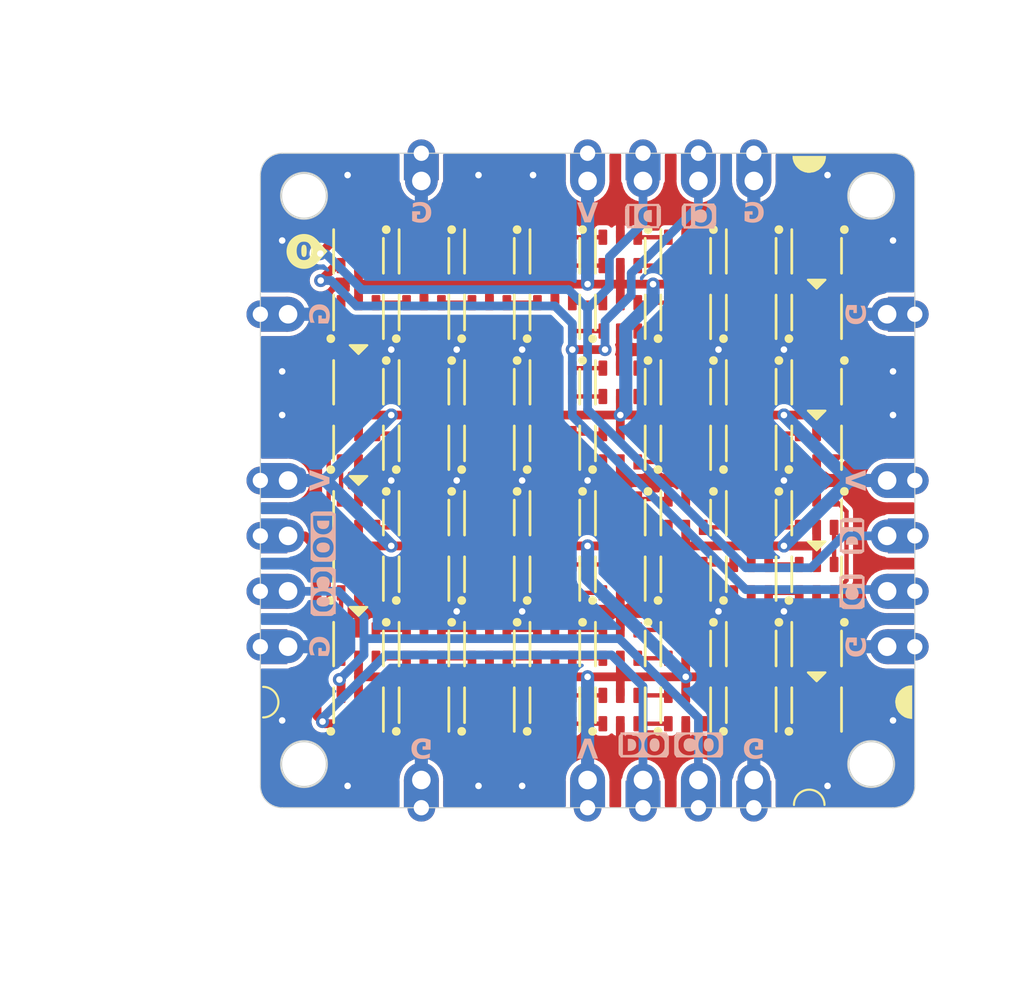
<source format=kicad_pcb>
(kicad_pcb (version 20240108) (generator "pcbnew") (generator_version "8.0")
  (layers (0 "F.Cu" signal) (31 "B.Cu" signal) (34 "B.Paste" user) (35 "F.Paste" user) (36 "B.SilkS" user "B.Silkscreen") (37 "F.SilkS" user "F.Silkscreen") (38 "B.Mask" user) (39 "F.Mask" user) (44 "Edge.Cuts" user))
  (net 0 "")
  (net 1 "/CKI")
  (net 2 "+5V")
  (net 3 "/SDI")
  (net 4 "GND")
  (net 5 "/CKO")
  (net 6 "/SDO")
  (net 7 "Net-(LED1-SDO)")
  (net 8 "Net-(LED1-CKO)")
  (net 9 "Net-(LED2-SDO)")
  (net 10 "Net-(LED2-CKO)")
  (net 11 "Net-(LED3-CKO)")
  (net 12 "Net-(LED3-SDO)")
  (net 13 "Net-(LED4-CKO)")
  (net 14 "Net-(LED4-SDO)")
  (net 15 "Net-(LED5-CKO)")
  (net 16 "Net-(LED5-SDO)")
  (net 17 "Net-(LED6-SDO)")
  (net 18 "Net-(LED6-CKO)")
  (net 19 "Net-(LED7-SDO)")
  (net 20 "Net-(LED7-CKO)")
  (net 21 "Net-(LED8-SDO)")
  (net 22 "Net-(LED8-CKO)")
  (net 23 "Net-(LED10-CKI)")
  (net 24 "Net-(LED10-SDI)")
  (net 25 "Net-(LED10-SDO)")
  (net 26 "Net-(LED10-CKO)")
  (net 27 "Net-(LED11-SDO)")
  (net 28 "Net-(LED30-CKO)")
  (net 29 "Net-(LED30-SDO)")
  (net 30 "Net-(LED11-CKO)")
  (net 31 "Net-(LED12-SDO)")
  (net 32 "Net-(LED12-CKO)")
  (net 33 "Net-(LED13-SDO)")
  (net 34 "Net-(LED13-CKO)")
  (net 35 "Net-(LED14-SDO)")
  (net 36 "Net-(LED14-CKO)")
  (net 37 "Net-(LED15-CKO)")
  (net 38 "Net-(LED15-SDO)")
  (net 39 "Net-(LED16-CKO)")
  (net 40 "Net-(LED16-SDO)")
  (net 41 "Net-(LED17-SDO)")
  (net 42 "Net-(LED17-CKO)")
  (net 43 "Net-(LED18-SDO)")
  (net 44 "Net-(LED18-CKO)")
  (net 45 "Net-(LED19-CKO)")
  (net 46 "Net-(LED19-SDO)")
  (net 47 "/HD_C1")
  (net 48 "/HD_D1")
  (net 49 "Net-(LED21-CKO)")
  (net 50 "Net-(LED21-SDO)")
  (net 51 "Net-(LED22-SDO)")
  (net 52 "Net-(LED22-CKO)")
  (net 53 "Net-(LED23-CKO)")
  (net 54 "Net-(LED23-SDO)")
  (net 55 "Net-(LED24-CKO)")
  (net 56 "Net-(LED24-SDO)")
  (net 57 "Net-(LED25-CKO)")
  (net 58 "Net-(LED25-SDO)")
  (net 59 "Net-(LED26-SDO)")
  (net 60 "Net-(LED26-CKO)")
  (net 61 "Net-(LED27-SDO)")
  (net 62 "Net-(LED27-CKO)")
  (net 63 "Net-(LED28-CKO)")
  (net 64 "Net-(LED28-SDO)")
  (net 65 "Net-(LED29-CKO)")
  (net 66 "Net-(LED29-SDO)")
  (net 67 "Net-(LED50-CKO)")
  (net 68 "Net-(LED50-SDO)")
  (net 69 "Net-(LED31-CKO)")
  (net 70 "Net-(LED31-SDO)")
  (net 71 "Net-(LED32-CKO)")
  (net 72 "Net-(LED32-SDO)")
  (net 73 "Net-(LED33-SDO)")
  (net 74 "Net-(LED33-CKO)")
  (net 75 "Net-(LED34-SDO)")
  (net 76 "Net-(LED34-CKO)")
  (net 77 "Net-(LED35-SDO)")
  (net 78 "Net-(LED35-CKO)")
  (net 79 "Net-(LED36-CKO)")
  (net 80 "Net-(LED36-SDO)")
  (net 81 "Net-(LED37-SDO)")
  (net 82 "Net-(LED37-CKO)")
  (net 83 "Net-(LED38-SDO)")
  (net 84 "Net-(LED38-CKO)")
  (net 85 "Net-(LED39-SDO)")
  (net 86 "Net-(LED39-CKO)")
  (net 87 "/HD_D2")
  (net 88 "/HD_C2")
  (net 89 "Net-(LED41-CKO)")
  (net 90 "Net-(LED41-SDO)")
  (net 91 "Net-(LED42-CKO)")
  (net 92 "Net-(LED42-SDO)")
  (net 93 "Net-(LED43-CKO)")
  (net 94 "Net-(LED43-SDO)")
  (net 95 "Net-(LED44-CKO)")
  (net 96 "Net-(LED44-SDO)")
  (net 97 "Net-(LED45-CKO)")
  (net 98 "Net-(LED45-SDO)")
  (net 99 "Net-(LED46-CKO)")
  (net 100 "Net-(LED46-SDO)")
  (net 101 "Net-(LED47-SDO)")
  (net 102 "Net-(LED47-CKO)")
  (net 103 "Net-(LED48-SDO)")
  (net 104 "Net-(LED48-CKO)")
  (net 105 "Net-(LED49-SDO)")
  (net 106 "Net-(LED49-CKO)")
  (net 107 "Net-(LED51-SDO)")
  (net 108 "Net-(LED51-CKO)")
  (net 109 "Net-(LED52-CKO)")
  (net 110 "Net-(LED52-SDO)")
  (net 111 "Net-(LED53-CKO)")
  (net 112 "Net-(LED53-SDO)")
  (net 113 "Net-(LED54-CKO)")
  (net 114 "Net-(LED54-SDO)")
  (net 115 "Net-(LED55-CKO)")
  (net 116 "Net-(LED55-SDO)")
  (net 117 "Net-(LED56-SDO)")
  (net 118 "Net-(LED56-CKO)")
  (net 119 "Net-(LED57-SDO)")
  (net 120 "Net-(LED57-CKO)")
  (net 121 "Net-(LED58-CKO)")
  (net 122 "Net-(LED58-SDO)")
  (net 123 "Net-(LED59-SDO)")
  (net 124 "Net-(LED59-CKO)")
  (net 125 "/HD_D3")
  (net 126 "/HD_C3")
  (net 127 "Net-(LED61-CKO)")
  (net 128 "Net-(LED61-SDO)")
  (net 129 "Net-(LED62-CKO)")
  (net 130 "Net-(LED62-SDO)")
  (net 131 "Net-(LED63-CKO)")
  (net 132 "Net-(LED63-SDO)")
  (footprint "00-lclab:SK9822-EC20" (layer "F.Cu") (at 115.1 76.1 -90)
    (property "Reference" "LED4")
    (property "Value" "SK9822-EC20")
  )
  (footprint "00-lclab:SK9822-EC20" (layer "F.Cu") (at 124.1 85.1 90)
    (property "Reference" "LED26")
    (property "Value" "SK9822-EC20")
  )
  (footprint "00-lclab:SK9822-EC20" (layer "F.Cu") (at 115.1 91.1 90)
    (property "Reference" "LED45")
    (property "Value" "SK9822-EC20")
  )
  (footprint "00-lclab:1x02_castell_signal_out" (layer "F.Cu") (at 101.6 86.6 180)
    (property "Reference" "J8" (hide yes))
    (property "Value" "Conn_01x02_Pin" (hide yes))
  )
  (footprint "00-lclab:SK9822-EC20" (layer "F.Cu") (at 118.1 79.1 90)
    (property "Reference" "LED12")
    (property "Value" "SK9822-EC20")
  )
  (footprint "00-lclab:1×03_castell_power" (layer "F.Cu") (at 116.6 101.6 -90)
    (property "Reference" "J5")
    (property "Value" "Conn_01x03_Pin")
  )
  (footprint "00-lclab:SK9822-EC20" (layer "F.Cu") (at 127.1 76.1 -90)
    (property "Reference" "LED8")
    (property "Value" "SK9822-EC20")
  )
  (footprint "00-lclab:SK9822-EC20" (layer "F.Cu") (at 124.1 82.1 -90)
    (property "Reference" "LED23")
    (property "Value" "SK9822-EC20")
  )
  (footprint "00-lclab:SK9822-EC20" (layer "F.Cu") (at 118.1 76.1 -90)
    (property "Reference" "LED5")
    (property "Value" "SK9822-EC20")
  )
  (footprint "00-lclab:SK9822-EC20" (layer "F.Cu") (at 121.1 79.1 90)
    (property "Reference" "LED11")
    (property "Value" "SK9822-EC20")
  )
  (footprint "00-lclab:SK9822-EC20" (layer "F.Cu") (at 127.1 79.1 90)
    (property "Reference" "LED9")
    (property "Value" "SK9822-EC20")
  )
  (footprint "00-lclab:SK9822-EC20" (layer "F.Cu") (at 121.1 76.1 -90)
    (property "Reference" "LED6")
    (property "Value" "SK9822-EC20")
  )
  (footprint "00-lclab:SK9822-EC20" (layer "F.Cu") (at 118.1 85.1 90)
    (property "Reference" "LED28")
    (property "Value" "SK9822-EC20")
  )
  (footprint "00-lclab:SK9822-EC20" (layer "F.Cu") (at 118.1 94.1 -90)
    (property "Reference" "LED53")
    (property "Value" "SK9822-EC20")
  )
  (footprint "00-lclab:SK9822-EC20" (layer "F.Cu") (at 115.1 88.1 -90)
    (property "Reference" "LED36")
    (property "Value" "SK9822-EC20")
  )
  (footprint "00-lclab:SK9822-EC20" (layer "F.Cu") (at 115.1 79.1 90)
    (property "Reference" "LED13")
    (property "Value" "SK9822-EC20")
  )
  (footprint "00-lclab:SK9822-EC20" (layer "F.Cu") (at 109.1 94.1 -90)
    (property "Reference" "LED50")
    (property "Value" "SK9822-EC20")
  )
  (footprint "00-lclab:SK9822-EC20" (layer "F.Cu") (at 112.1 79.1 90)
    (property "Reference" "LED14")
    (property "Value" "SK9822-EC20")
  )
  (footprint "00-lclab:SK9822-EC20" (layer "F.Cu") (at 127.1 85.1 90)
    (property "Reference" "LED25")
    (property "Value" "SK9822-EC20")
  )
  (footprint "00-lclab:SK9822-EC20" (layer "F.Cu") (at 124.1 76.1 -90)
    (property "Reference" "LED7")
    (property "Value" "SK9822-EC20")
  )
  (footprint "00-lclab:SK9822-EC20" (layer "F.Cu") (at 124.1 94.1 -90)
    (property "Reference" "LED55")
    (property "Value" "SK9822-EC20")
  )
  (footprint "00-lclab:SK9822-EC20" (layer "F.Cu") (at 109.1 91.1 90)
    (property "Reference" "LED47")
    (property "Value" "SK9822-EC20")
  )
  (footprint "00-lclab:1×03_castell_power" (layer "F.Cu") (at 101.6 86.6 180)
    (property "Reference" "J7")
    (property "Value" "Conn_01x03_Pin")
  )
  (footprint "00-lclab:SK9822-EC20" (layer "F.Cu") (at 127.1 94.1 -90)
    (property "Reference" "LED56")
    (property "Value" "SK9822-EC20")
  )
  (footprint "00-lclab:SK9822-EC20" (layer "F.Cu") (at 112.1 94.1 -90)
    (property "Reference" "LED51")
    (property "Value" "SK9822-EC20")
  )
  (footprint "00-lclab:SK9822-EC20" (layer "F.Cu") (at 118.1 91.1 90)
    (property "Reference" "LED44")
    (property "Value" "SK9822-EC20")
  )
  (footprint "00-lclab:SK9822-EC20" (layer "F.Cu") (at 106.1 79.1 90)
    (property "Reference" "LED16")
    (property "Value" "SK9822-EC20")
  )
  (footprint "00-lclab:SK9822-EC20" (layer "F.Cu") (at 109.1 97.1 90)
    (property "Reference" "LED63")
    (property "Value" "SK9822-EC20")
  )
  (footprint "00-lclab:SK9822-EC20" (layer "F.Cu") (at 118.1 97.1 90)
    (property "Reference" "LED60")
    (property "Value" "SK9822-EC20")
  )
  (footprint "00-lclab:SK9822-EC20" (layer "F.Cu") (at 109.1 79.1 90)
    (property "Reference" "LED15")
    (property "Value" "SK9822-EC20")
  )
  (footprint "00-lclab:SK9822-EC20" (layer "F.Cu") (at 124.1 88.1 -90)
    (property "Reference" "LED39")
    (property "Value" "SK9822-EC20")
  )
  (footprint "00-lclab:SK9822-EC20" (layer "F.Cu") (at 106.1 85.1 90)
    (property "Reference" "LED32")
    (property "Value" "SK9822-EC20")
  )
  (footprint "00-lclab:SK9822-EC20" (layer "F.Cu") (at 121.1 88.1 -90)
    (property "Reference" "LED38")
    (property "Value" "SK9822-EC20")
  )
  (footprint "00-lclab:SK9822-EC20" (layer "F.Cu") (at 106.1 97.1 90)
    (property "Reference" "LED64")
    (property "Value" "SK9822-EC20")
  )
  (footprint "00-lclab:SK9822-EC20" (layer "F.Cu") (at 127.1 97.1 90)
    (property "Reference" "LED57")
    (property "Value" "SK9822-EC20")
  )
  (footprint "00-lclab:SK9822-EC20" (layer "F.Cu") (at 118.1 82.1 -90)
    (property "Reference" "LED21")
    (property "Value" "SK9822-EC20")
  )
  (footprint "00-lclab:SK9822-EC20" (layer "F.Cu") (at 127.1 88.1 -90)
    (property "Reference" "LED40")
    (property "Value" "SK9822-EC20")
  )
  (footprint "00-lclab:SK9822-EC20" (layer "F.Cu") (at 109.1 76.1 -90)
    (property "Reference" "LED2")
    (property "Value" "SK9822-EC20")
  )
  (footprint "00-lclab:SK9822-EC20" (layer "F.Cu") (at 124.1 97.1 90)
    (property "Reference" "LED58")
    (property "Value" "SK9822-EC20")
  )
  (footprint "00-lclab:1×03_castell_power" (layer "F.Cu") (at 116.6 71.6 90)
    (property "Reference" "J1")
    (property "Value" "Conn_01x03_Pin")
  )
  (footprint "00-lclab:SK9822-EC20" (layer "F.Cu") (at 121.1 97.1 90)
    (property "Reference" "LED59")
    (property "Value" "SK9822-EC20")
  )
  (footprint "00-lclab:SK9822-EC20" (layer "F.Cu") (at 112.1 85.1 90)
    (property "Reference" "LED30")
    (property "Value" "SK9822-EC20")
  )
  (footprint "00-lclab:SK9822-EC20" (layer "F.Cu") (at 121.1 91.1 90)
    (property "Reference" "LED43")
    (property "Value" "SK9822-EC20")
  )
  (footprint "00-lclab:1x02_castell_signal_in" (layer "F.Cu") (at 116.6 71.6 90)
    (property "Reference" "J2" (hide yes))
    (property "Value" "Conn_01x02_Pin" (hide yes))
  )
  (footprint "00-lclab:1×03_castell_power" (layer "F.Cu") (at 131.6 86.6)
    (property "Reference" "J3")
    (property "Value" "Conn_01x03_Pin")
  )
  (footprint "00-lclab:SK9822-EC20" (layer "F.Cu") (at 112.1 82.1 -90)
    (property "Reference" "LED19")
    (property "Value" "SK9822-EC20")
  )
  (footprint "00-lclab:SK9822-EC20" (layer "F.Cu") (at 112.1 91.1 90)
    (property "Reference" "LED46")
    (property "Value" "SK9822-EC20")
  )
  (footprint "00-lclab:SK9822-EC20" (layer "F.Cu") (at 115.1 94.1 -90)
    (property "Reference" "LED52")
    (property "Value" "SK9822-EC20")
  )
  (footprint "00-lclab:SK9822-EC20" (layer "F.Cu") (at 109.1 88.1 -90)
    (property "Reference" "LED34")
    (property "Value" "SK9822-EC20")
  )
  (footprint "00-lclab:SK9822-EC20" (layer "F.Cu") (at 115.1 97.1 90)
    (property "Reference" "LED61")
    (property "Value" "SK9822-EC20")
  )
  (footprint "00-lclab:SK9822-EC20" (layer "F.Cu") (at 127.1 82.1 -90)
    (property "Reference" "LED24")
    (property "Value" "SK9822-EC20")
  )
  (footprint "00-lclab:SK9822-EC20" (layer "F.Cu") (at 109.1 85.1 90)
    (property "Reference" "LED31")
    (property "Value" "SK9822-EC20")
  )
  (footprint "00-lclab:SK9822-EC20" (layer "F.Cu") (at 106.1 91.1 90)
    (property "Reference" "LED48")
    (property "Value" "SK9822-EC20")
  )
  (footprint "00-lclab:SK9822-EC20" (layer "F.Cu") (at 109.1 82.1 -90)
    (property "Reference" "LED18")
    (property "Value" "SK9822-EC20")
  )
  (footprint "00-lclab:SK9822-EC20" (layer "F.Cu") (at 106.1 94.1 -90)
    (property "Reference" "LED49")
    (property "Value" "SK9822-EC20")
  )
  (footprint "00-lclab:SK9822-EC20" (layer "F.Cu") (at 118.1 88.1 -90)
    (property "Reference" "LED37")
    (property "Value" "SK9822-EC20")
  )
  (footprint "00-lclab:SK9822-EC20" (layer "F.Cu") (at 106.1 88.1 -90)
    (property "Reference" "LED33")
    (property "Value" "SK9822-EC20")
  )
  (footprint "00-lclab:SK9822-EC20" (layer "F.Cu") (at 106.1 82.1 -90)
    (property "Reference" "LED17")
    (property "Value" "SK9822-EC20")
  )
  (footprint "00-lclab:SK9822-EC20" (layer "F.Cu") (at 121.1 94.1 -90)
    (property "Reference" "LED54")
    (property "Value" "SK9822-EC20")
  )
  (footprint "00-lclab:SK9822-EC20" (layer "F.Cu") (at 124.1 79.1 90)
    (property "Reference" "LED10")
    (property "Value" "SK9822-EC20")
  )
  (footprint "00-lclab:SK9822-EC20" (layer "F.Cu") (at 121.1 85.1 90)
    (property "Reference" "LED27")
    (property "Value" "SK9822-EC20")
  )
  (footprint "00-lclab:SK9822-EC20" (layer "F.Cu") (at 106.1 76.1 -90)
    (property "Reference" "LED1")
    (property "Value" "SK9822-EC20")
  )
  (footprint "00-lclab:SK9822-EC20" (layer "F.Cu") (at 121.1 82.1 -90)
    (property "Reference" "LED22")
    (property "Value" "SK9822-EC20")
  )
  (footprint "00-lclab:1x02_castell_signal_in" (layer "F.Cu") (at 131.6 86.6)
    (property "Reference" "J4" (hide yes))
    (property "Value" "Conn_01x02_Pin" (hide yes))
  )
  (footprint "00-lclab:SK9822-EC20" (layer "F.Cu") (at 112.1 88.1 -90)
    (property "Reference" "LED35")
    (property "Value" "SK9822-EC20")
  )
  (footprint "00-lclab:SK9822-EC20" (layer "F.Cu") (at 112.1 76.1 -90)
    (property "Reference" "LED3")
    (property "Value" "SK9822-EC20")
  )
  (footprint "00-lclab:SK9822-EC20" (layer "F.Cu") (at 112.1 97.1 90)
    (property "Reference" "LED62")
    (property "Value" "SK9822-EC20")
  )
  (footprint "00-lclab:SK9822-EC20" (layer "F.Cu") (at 127.1 91.1 90)
    (property "Reference" "LED41")
    (property "Value" "SK9822-EC20")
  )
  (footprint "00-lclab:SK9822-EC20" (layer "F.Cu") (at 115.1 82.1 -90)
    (property "Reference" "LED20")
    (property "Value" "SK9822-EC20")
  )
  (footprint "00-lclab:1x02_castell_signal_out" (layer "F.Cu") (at 116.6 101.6 -90)
    (property "Reference" "J6" (hide yes))
    (property "Value" "Conn_01x02_Pin" (hide yes))
  )
  (footprint "00-lclab:SK9822-EC20" (layer "F.Cu") (at 115.1 85.1 90)
    (property "Reference" "LED29")
    (property "Value" "SK9822-EC20")
  )
  (footprint "00-lclab:SK9822-EC20" (layer "F.Cu") (at 124.1 91.1 90)
    (property "Reference" "LED42")
    (property "Value" "SK9822-EC20")
  )
  (gr_poly (pts (xy 104 75.6) (xy 104.2 75.8) (xy 104.2 76.4) (xy 104 76.6)) (stroke (width 0.1)) (fill solid) (layer "F.SilkS"))
  (gr_poly (pts (xy 103.95 76.6) (xy 103.75 76.8) (xy 103.45 76.8) (xy 103.25 76.6)) (stroke (width 0.1)) (fill solid) (layer "F.SilkS"))
  (gr_poly (pts (xy 127.1 95.8) (xy 126.7 95.4) (xy 127.5 95.4)) (stroke (width 0.1)) (fill solid) (layer "F.SilkS"))
  (gr_poly (pts (xy 127.1 83.8) (xy 126.7 83.4) (xy 127.5 83.4)) (stroke (width 0.1)) (fill solid) (layer "F.SilkS"))
  (gr_circle (center 103.6 76.1) (end 104.3 76.1) (stroke (width 0.2)) (fill none) (layer "F.SilkS"))
  (gr_poly (pts (xy 127.1 77.8) (xy 126.7 77.4) (xy 127.5 77.4)) (stroke (width 0.1)) (fill solid) (layer "F.SilkS"))
  (gr_poly (pts (xy 103.25 75.6) (xy 103.45 75.4) (xy 103.75 75.4) (xy 103.95 75.6)) (stroke (width 0.1)) (fill solid) (layer "F.SilkS"))
  (gr_poly (pts (xy 103.2 76.6) (xy 103 76.4) (xy 103 75.8) (xy 103.2 75.6)) (stroke (width 0.1)) (fill solid) (layer "F.SilkS"))
  (gr_poly (pts (xy 106.1 80.8) (xy 105.7 80.4) (xy 106.5 80.4)) (stroke (width 0.1)) (fill solid) (layer "F.SilkS"))
  (gr_poly (pts (xy 106.1 86.8) (xy 105.7 86.4) (xy 106.5 86.4)) (stroke (width 0.1)) (fill solid) (layer "F.SilkS"))
  (gr_poly (pts (xy 106.1 92.8) (xy 105.7 92.4) (xy 106.5 92.4)) (stroke (width 0.1)) (fill solid) (layer "F.SilkS"))
  (gr_poly (pts (xy 127.1 89.8) (xy 126.7 89.4) (xy 127.5 89.4)) (stroke (width 0.1)) (fill solid) (layer "F.SilkS"))
  (gr_poly (pts (xy 104.65 76.1) (xy 104.15 75.55) (xy 104.15 76.65)) (stroke (width 0.045)) (fill solid) (layer "F.SilkS"))
  (gr_arc (start 101.600001 72.600001) (mid 101.892894 71.892894) (end 102.600001 71.600001) (stroke (width 0.05)) (layer "Edge.Cuts"))
  (gr_circle (center 103.6 73.55) (end 104.65 73.55) (stroke (width 0.1)) (fill none) (layer "Edge.Cuts"))
  (gr_circle (center 103.6 99.6) (end 104.65 99.6) (stroke (width 0.1)) (fill none) (layer "Edge.Cuts"))
  (gr_line (start 102.6 101.6) (end 130.6 101.6) (stroke (width 0.05)) (layer "Edge.Cuts"))
  (gr_line (start 131.6 100.6) (end 131.6 72.6) (stroke (width 0.05)) (layer "Edge.Cuts"))
  (gr_arc (start 130.599999 71.600001) (mid 131.307106 71.892894) (end 131.599999 72.600001) (stroke (width 0.05)) (layer "Edge.Cuts"))
  (gr_circle (center 129.6 73.55) (end 130.65 73.55) (stroke (width 0.1)) (fill none) (layer "Edge.Cuts"))
  (gr_circle (center 129.6 99.6) (end 130.65 99.6) (stroke (width 0.1)) (fill none) (layer "Edge.Cuts"))
  (gr_arc (start 131.6 100.6) (mid 131.307107 101.307107) (end 130.6 101.6) (stroke (width 0.05)) (layer "Edge.Cuts"))
  (gr_line (start 101.6 72.6) (end 101.6 100.6) (stroke (width 0.05)) (layer "Edge.Cuts"))
  (gr_arc (start 102.600001 101.599999) (mid 101.892894 101.307106) (end 101.600001 100.599999) (stroke (width 0.05)) (layer "Edge.Cuts"))
  (gr_line (start 130.6 71.6) (end 102.6 71.6) (stroke (width 0.05)) (layer "Edge.Cuts"))
  (gr_text "0" (at 103.6 76.15 0) (layer "F.SilkS" knockout) (effects (font (size 0.8 0.8) (thickness 0.16) (bold yes))))
  (segment (start 117.4 80.6) (end 115.9 80.6) (width 0.4) (layer "F.Cu") (net 1))
  (segment (start 104.365686 77.434314) (end 105.05 76.75) (width 0.4) (layer "F.Cu") (net 1))
  (segment (start 105.05 76.75) (end 105.3 76.75) (width 0.4) (layer "F.Cu") (net 1))
  (via (at 104.365686 77.434314) (size 0.6) (drill 0.3) (layers "F.Cu" "B.Cu") (net 1))
  (via (at 117.4 80.6) (size 0.6) (drill 0.3) (layers "F.Cu" "B.Cu") (net 1))
  (via (at 115.9 80.6) (size 0.6) (drill 0.3) (layers "F.Cu" "B.Cu") (net 1))
  (segment (start 121.68 73.6) (end 121.68 73.199999) (width 0.4) (layer "B.Cu") (net 1))
  (segment (start 106 78.6) (end 115.1 78.6) (width 0.4) (layer "B.Cu") (net 1))
  (segment (start 121.68 74.02) (end 121.68 73.6) (width 0.4) (layer "B.Cu") (net 1))
  (segment (start 118.6 77.1) (end 121.68 74.02) (width 0.4) (layer "B.Cu") (net 1))
  (segment (start 130.25 91.6) (end 130.33 91.68) (width 0.4) (layer "B.Cu") (net 1))
  (segment (start 121.68 72.87) (end 121.68 73.6) (width 0.15) (layer "B.Cu") (net 1))
  (segment (start 104.365686 77.434314) (end 104.834314 77.434314) (width 0.4) (layer "B.Cu") (net 1))
  (segment (start 117.4 79.3) (end 118.6 78.1) (width 0.4) (layer "B.Cu") (net 1))
  (segment (start 115.9 79.4) (end 115.9 80.6) (width 0.4) (layer "B.Cu") (net 1))
  (segment (start 117.4 80.6) (end 117.4 79.3) (width 0.4) (layer "B.Cu") (net 1))
  (segment (start 115.9 80.6) (end 115.9 83.65) (width 0.4) (layer "B.Cu") (net 1))
  (segment (start 123.85 91.6) (end 130.25 91.6) (width 0.4) (layer "B.Cu") (net 1))
  (segment (start 115.9 83.65) (end 123.85 91.6) (width 0.4) (layer "B.Cu") (net 1))
  (segment (start 104.834314 77.434314) (end 106 78.6) (width 0.4) (layer "B.Cu") (net 1))
  (segment (start 115.1 78.6) (end 115.9 79.4) (width 0.4) (layer "B.Cu") (net 1))
  (segment (start 118.6 78.1) (end 118.6 77.1) (width 0.4) (layer "B.Cu") (net 1))
  (segment (start 127.1 77.6) (end 127.1 76.75) (width 0.4) (layer "F.Cu") (net 2))
  (segment (start 115.1 90.45) (end 115.1 89.6) (width 0.4) (layer "F.Cu") (net 2))
  (segment (start 115.1 83.6) (end 115.1 82.75) (width 0.4) (layer "F.Cu") (net 2))
  (segment (start 116.6 77.6) (end 115.1 77.6) (width 0.4) (layer "F.Cu") (net 2))
  (segment (start 112.1 78.45) (end 112.1 77.6) (width 0.4) (layer "F.Cu") (net 2))
  (segment (start 124.1 90.45) (end 124.1 89.6) (width 0.4) (layer "F.Cu") (net 2))
  (segment (start 124.1 95.6) (end 124.1 94.75) (width 0.4) (layer "F.Cu") (net 2))
  (segment (start 127.1 83.6) (end 124.1 83.6) (width 0.4) (layer "F.Cu") (net 2))
  (segment (start 118.1 89.6) (end 118.1 88.75) (width 0.4) (layer "F.Cu") (net 2))
  (segment (start 109.1 96.45) (end 109.1 95.6) (width 0.4) (layer "F.Cu") (net 2))
  (segment (start 127.1 84.45) (end 127.1 83.6) (width 0.4) (layer "F.Cu") (net 2))
  (segment (start 106.1 83.6) (end 107.6 83.6) (width 0.4) (layer "F.Cu") (net 2))
  (segment (start 121.1 77.6) (end 124.1 77.6) (width 0.4) (layer "F.Cu") (net 2))
  (segment (start 112.1 95.6) (end 112.1 94.75) (width 0.4) (layer "F.Cu") (net 2))
  (segment (start 106.1 77.6) (end 106.1 76.75) (width 0.4) (layer "F.Cu") (net 2))
  (segment (start 115.1 78.45) (end 115.1 77.6) (width 0.4) (layer "F.Cu") (net 2))
  (segment (start 112.1 95.6) (end 115.1 95.6) (width 0.4) (layer "F.Cu") (net 2))
  (segment (start 112.1 89.6) (end 112.1 88.75) (width 0.4) (layer "F.Cu") (net 2))
  (segment (start 109.1 89.6) (end 112.1 89.6) (width 0.4) (layer "F.Cu") (net 2))
  (segment (start 112.1 77.6) (end 115.1 77.6) (width 0.4) (layer "F.Cu") (net 2))
  (segment (start 121.1 83.6) (end 121.1 82.75) (width 0.4) (layer "F.Cu") (net 2))
  (segment (start 106.1 78.45) (end 106.1 77.7981) (width 0.4) (layer "F.Cu") (net 2))
  (segment (start 127.1 89.6) (end 125.6 89.6) (width 0.4) (layer "F.Cu") (net 2))
  (segment (start 115.1 96.45) (end 115.1 95.6) (width 0.4) (layer "F.Cu") (net 2))
  (segment (start 112.1 96.45) (end 112.1 95.6) (width 0.4) (layer "F.Cu") (net 2))
  (segment (start 109.1 95.6) (end 112.1 95.6) (width 0.4) (layer "F.Cu") (net 2))
  (segment (start 124.1 96.45) (end 124.1 95.6) (width 0.4) (layer "F.Cu") (net 2))
  (segment (start 127.1 90.45) (end 127.1 89.6) (width 0.4) (layer "F.Cu") (net 2))
  (segment (start 112.1 83.6) (end 115.1 83.6) (width 0.4) (layer "F.Cu") (net 2))
  (segment (start 121.1 95.6) (end 121.1 94.75) (width 0.4) (layer "F.Cu") (net 2))
  (segment (start 106.1 83.6) (end 106.1 82.75) (width 0.4) (layer "F.Cu") (net 2))
  (segment (start 124.662218 89.6) (end 124.1 89.6) (width 0.4) (layer "F.Cu") (net 2))
  (segment (start 118.1 95.6) (end 118.1 94.75) (width 0.4) (layer "F.Cu") (net 2))
  (segment (start 109.1 88.75) (end 109.1 89.6) (width 0.4) (layer "F.Cu") (net 2))
  (segment (start 112.1 90.45) (end 112.1 89.6) (width 0.4) (layer "F.Cu") (net 2))
  (segment (start 115.1 95.6) (end 118.1 95.6) (width 0.4) (layer "F.Cu") (net 2))
  (segment (start 118.1 83.6) (end 118.1 84.45) (width 0.4) (layer "F.Cu") (net 2))
  (segment (start 112.1 77.6) (end 112.1 76.75) (width 0.4) (layer "F.Cu") (net 2))
  (segment (start 127.1 95.6) (end 127.1 94.75) (width 0.4) (layer "F.Cu") (net 2))
  (segment (start 106.1 95.6) (end 109.1 95.6) (width 0.4) (layer "F.Cu") (net 2))
  (segment (start 119.6 77.6) (end 121.1 77.6) (width 0.4) (layer "F.Cu") (net 2))
  (segment (start 121.1 96.45) (end 121.1 95.6) (width 0.4) (layer "F.Cu") (net 2))
  (segment (start 106.1 89.6) (end 106.1 90.45) (width 0.4) (layer "F.Cu") (net 2))
  (segment (start 124.1 78.45) (end 124.1 77.6) (width 0.4) (layer "F.Cu") (net 2))
  (segment (start 124.1 77.6) (end 124.1 76.75) (width 0.4) (layer "F.Cu") (net 2))
  (segment (start 109.1 84.45) (end 109.1 83.6) (width 0.4) (layer "F.Cu") (net 2))
  (segment (start 106.1 95.6) (end 106.1 96.45) (width 0.4) (layer "F.Cu") (net 2))
  (segment (start 118.1 77.6) (end 116.6 77.6) (width 0.4) (layer "F.Cu") (net 2))
  (segment (start 127.1 95.6) (end 124.1 95.6) (width 0.4) (layer "F.Cu") (net 2))
  (segment (start 121.1 89.6) (end 118.1 89.6) (width 0.4) (layer "F.Cu") (net 2))
  (segment (start 124.1 95.6) (end 121.1 95.6) (width 0.4) (layer "F.Cu") (net 2))
  (segment (start 115.1 84.45) (end 115.1 83.6) (width 0.4) (layer "F.Cu") (net 2))
  (segment (start 124.1 89.6) (end 124.1 88.75) (width 0.4) (layer "F.Cu") (net 2))
  (segment (start 124.1 83.6) (end 124.1 82.75) (width 0.4) (layer "F.Cu") (net 2))
  (segment (start 107.6 83.6) (end 109.1 83.6) (width 0.4) (layer "F.Cu") (net 2))
  (segment (start 118.1 83.6) (end 115.1 83.6) (width 0.4) (layer "F.Cu") (net 2))
  (segment (start 127.1 89.6) (end 121.1 89.6) (width 0.4) (layer "F.Cu") (net 2))
  (segment (start 109.1 77.6) (end 109.1 76.75) (width 0.4) (layer "F.Cu") (net 2))
  (segment (start 106.1 89.6) (end 107.6 89.6) (width 0.4) (layer "F.Cu") (net 2))
  (segment (start 106.1 95.4407) (end 106.1 94.75) (width 0.4) (layer "F.Cu") (net 2))
  (segment (start 115.1 77.6) (end 115.1 76.75) (width 0.4) (layer "F.Cu") (net 2))
  (segment (start 107.6 89.6) (end 109.1 89.6) (width 0.4) (layer "F.Cu") (net 2))
  (segment (start 106.1 77.6) (end 109.1 77.6) (width 0.4) (layer "F.Cu") (net 2))
  (segment (start 109.1 78.45) (end 109.1 77.6) (width 0.4) (layer "F.Cu") (net 2))
  (segment (start 127.1 83.6) (end 127.1 82.75) (width 0.4) (layer "F.Cu") (net 2))
  (segment (start 115.1 95.6) (end 115.1 94.75) (width 0.4) (layer "F.Cu") (net 2))
  (segment (start 118.1 83.6) (end 118.1 82.75) (width 0.4) (layer "F.Cu") (net 2))
  (segment (start 118.1 90.45) (end 118.1 89.6) (width 0.4) (layer "F.Cu") (net 2))
  (segment (start 124.1 84.45) (end 124.1 83.6) (width 0.4) (layer "F.Cu") (net 2))
  (segment (start 118.1 83.6) (end 124.1 83.6) (width 0.4) (layer "F.Cu") (net 2))
  (segment (start 106.1 89.4471) (end 106.1 88.75) (width 0.4) (layer "F.Cu") (net 2))
  (segment (start 118.1 96.45) (end 118.1 95.6) (width 0.4) (layer "F.Cu") (net 2))
  (segment (start 121.1 84.45) (end 121.1 83.6) (width 0.4) (layer "F.Cu") (net 2))
  (segment (start 116.6 89.6) (end 115.1 89.6) (width 0.4) (layer "F.Cu") (net 2))
  (segment (start 115.1 89.6) (end 115.1 88.75) (width 0.4) (layer "F.Cu") (net 2))
  (segment (start 118.1 83.6) (end 121.1 83.6) (width 0.4) (layer "F.Cu") (net 2))
  (segment (start 109.1 82.75) (end 109.1 83.6) (width 0.4) (layer "F.Cu") (net 2))
  (segment (start 118.1 76.75) (end 118.1 77.6) (width 0.4) (layer "F.Cu") (net 2))
  (segment (start 112.1 84.45) (end 112.1 82.75) (width 0.4) (layer "F.Cu") (net 2))
  (segment (start 118.1 78.45) (end 118.1 77.6) (width 0.4) (layer "F.Cu") (net 2))
  (segment (start 109.1 77.6) (end 112.1 77.6) (width 0.4) (layer "F.Cu") (net 2))
  (segment (start 121.1 90.45) (end 121.1 89.6) (width 0.4) (layer "F.Cu") (net 2))
  (segment (start 121.1 95.6) (end 118.1 95.6) (width 0.4) (layer "F.Cu") (net 2))
  (segment (start 118.1 89.6) (end 116.6 89.6) (width 0.4) (layer "F.Cu") (net 2))
  (segment (start 109.1 83.6) (end 112.1 83.6) (width 0.4) (layer "F.Cu") (net 2))
  (segment (start 106.1 95.6) (end 106.1 95.4407) (width 0.4) (layer "F.Cu") (net 2))
  (segment (start 106.1 84.45) (end 106.1 83.6) (width 0.4) (layer "F.Cu") (net 2))
  (segment (start 121.1 78.45) (end 121.1 77.6) (width 0.4) (layer "F.Cu") (net 2))
  (segment (start 127.1 96.45) (end 127.1 95.6) (width 0.4) (layer "F.Cu") (net 2))
  (segment (start 127.1 78.45) (end 127.1 77.6) (width 0.4) (layer "F.Cu") (net 2))
  (segment (start 109.1 95.6) (end 109.1 94.75) (width 0.4) (layer "F.Cu") (net 2))
  (segment (start 112.1 89.6) (end 115.1 89.6) (width 0.4) (layer "F.Cu") (net 2))
  (segment (start 127.1 89.6) (end 127.1 88.75) (width 0.4) (layer "F.Cu") (net 2))
  (segment (start 121.1 89.6) (end 121.1 88.75) (width 0.4) (layer "F.Cu") (net 2))
  (segment (start 121.1 77.6) (end 121.1 76.75) (width 0.4) (layer "F.Cu") (net 2))
  (segment (start 124.1 77.6) (end 127.1 77.6) (width 0.4) (layer "F.Cu") (net 2))
  (segment (start 109.1 90.45) (end 109.1 89.6) (width 0.4) (layer "F.Cu") (net 2))
  (segment (start 118.1 77.6) (end 119.6 77.6) (width 0.4) (layer "F.Cu") (net 2))
  (segment (start 125.6 89.6) (end 124.662218 89.6) (width 0.4) (layer "F.Cu") (net 2))
  (via (at 121.1 95.6) (size 0.6) (drill 0.3) (layers "F.Cu" "B.Cu") (net 2))
  (via (at 107.6 83.6) (size 0.6) (drill 0.3) (layers "F.Cu" "B.Cu") (net 2))
  (via (at 125.6 83.6) (size 0.6) (drill 0.3) (layers "F.Cu" "B.Cu") (net 2))
  (via (at 118.1 83.6) (size 0.6) (drill 0.3) (layers "F.Cu" "B.Cu") (net 2))
  (via (at 107.6 89.6) (size 0.6) (drill 0.3) (layers "F.Cu" "B.Cu") (net 2))
  (via (at 119.6 77.6) (size 0.6) (drill 0.3) (layers "F.Cu" "B.Cu") (net 2))
  (via (at 116.6 95.6) (size 0.6) (drill 0.3) (layers "F.Cu" "B.Cu") (net 2))
  (via (at 116.6 89.6) (size 0.6) (drill 0.3) (layers "F.Cu" "B.Cu") (net 2))
  (via (at 125.6 89.6) (size 0.6) (drill 0.3) (layers "F.Cu" "B.Cu") (net 2))
  (via (at 116.6 77.6) (size 0.6) (drill 0.3) (layers "F.Cu" "B.Cu") (net 2))
  (segment (start 116.6 95.6) (end 116.6 100.33) (width 0.6) (layer "B.Cu") (net 2))
  (segment (start 118.35 79.6) (end 119.6 78.35) (width 0.6) (layer "B.Cu") (net 2))
  (segment (start 118.1 83.6) (end 118.35 83.35) (width 0.6) (layer "B.Cu") (net 2))
  (segment (start 103.4 86.3) (end 103.4 86.9) (width 0.6) (layer "B.Cu") (net 2))
  (segment (start 118.35 83.35) (end 118.35 79.6) (width 0.6) (layer "B.Cu") (net 2))
  (segment (start 128.6 86.6) (end 130.33 86.6) (width 0.6) (layer "B.Cu") (net 2))
  (segment (start 121.1 95.6) (end 116.6 91.1) (width 0.6) (layer "B.Cu") (net 2))
  (segment (start 119.6 78.35) (end 119.6 77.6) (width 0.6) (layer "B.Cu") (net 2))
  (segment (start 104.6 86.6) (end 102.87 86.6) (width 0.6) (layer "B.Cu") (net 2))
  (segment (start 116.6 77.6) (end 116.6 72.87) (width 0.6) (layer "B.Cu") (net 2))
  (segment (start 104.6 86.6) (end 107.6 89.6) (width 0.6) (layer "B.Cu") (net 2))
  (segment (start 116.6 91.1) (end 116.6 89.6) (width 0.6) (layer "B.Cu") (net 2))
  (segment (start 128.6 86.6) (end 125.6 89.6) (width 0.6) (layer "B.Cu") (net 2))
  (segment (start 104.6 86.6) (end 107.6 83.6) (width 0.6) (layer "B.Cu") (net 2))
  (segment (start 125.6 83.6) (end 128.6 86.6) (width 0.6) (layer "B.Cu") (net 2))
  (segment (start 104.35 76.2) (end 105.1 75.45) (width 0.4) (layer "F.Cu") (net 3))
  (segment (start 105.1 75.45) (end 105.3 75.45) (width 0.4) (layer "F.Cu") (net 3))
  (via (at 104.35 76.2) (size 0.6) (drill 0.3) (layers "F.Cu" "B.Cu") (net 3))
  (segment (start 126.85 90.6) (end 123.85 90.6) (width 0.4) (layer "B.Cu") (net 3))
  (segment (start 115.725 77.85) (end 116.6 78.725) (width 0.4) (layer "B.Cu") (net 3))
  (segment (start 117.6 77.725) (end 117.6 76.35) (width 0.4) (layer "B.Cu") (net 3))
  (segment (start 106.25 77.85) (end 115.725 77.85) (width 0.4) (layer "B.Cu") (net 3))
  (segment (start 123.85 90.6) (end 116.6 83.35) (width 0.4) (layer "B.Cu") (net 3))
  (segment (start 117.6 76.35) (end 119.14 74.81) (width 0.4) (layer "B.Cu") (net 3))
  (segment (start 119.14 74.81) (end 119.14 72.87) (width 0.4) (layer "B.Cu") (net 3))
  (segment (start 104.35 76.2) (end 104.6 76.2) (width 0.4) (layer "B.Cu") (net 3))
  (segment (start 116.6 78.725) (end 117.6 77.725) (width 0.4) (layer "B.Cu") (net 3))
  (segment (start 104.6 76.2) (end 106.25 77.85) (width 0.4) (layer "B.Cu") (net 3))
  (segment (start 116.6 83.35) (end 116.6 78.725) (width 0.4) (layer "B.Cu") (net 3))
  (segment (start 130.33 89.14) (end 128.31 89.14) (width 0.4) (layer "B.Cu") (net 3))
  (segment (start 128.31 89.14) (end 126.85 90.6) (width 0.4) (layer "B.Cu") (net 3))
  (segment (start 118.1 81.45) (end 118.1 80.6) (width 0.4) (layer "F.Cu") (net 4))
  (segment (start 115.1 87.45) (end 115.1 86.6) (width 0.4) (layer "F.Cu") (net 4))
  (segment (start 117.8 98.525) (end 117.975 98.525) (width 0.4) (layer "F.Cu") (net 4))
  (segment (start 121.1 92.6) (end 121.1 91.75) (width 0.4) (layer "F.Cu") (net 4))
  (segment (start 127.1 80.6) (end 127.1 79.75) (width 0.4) (layer "F.Cu") (net 4))
  (segment (start 121.1 80.6) (end 121.1 79.75) (width 0.4) (layer "F.Cu") (net 4))
  (segment (start 115.1 75.45) (end 115.1 74.6) (width 0.4) (layer "F.Cu") (net 4))
  (segment (start 109.1 93.45) (end 109.1 92.6) (width 0.4) (layer "F.Cu") (net 4))
  (segment (start 109.1 86.6) (end 106.1 86.6) (width 0.4) (layer "F.Cu") (net 4))
  (segment (start 106.1 93.45) (end 106.1 92.6) (width 0.4) (layer "F.Cu") (net 4))
  (segment (start 109.1 85.75) (end 109.1 86.6) (width 0.4) (layer "F.Cu") (net 4))
  (segment (start 106.1 75.45) (end 106.1 74.85) (width 0.4) (layer "F.Cu") (net 4))
  (segment (start 118.1 75.45) (end 118.1 74.6) (width 0.4) (layer "F.Cu") (net 4))
  (segment (start 127.1 97.675) (end 127.1 98.275) (width 0.4) (layer "F.Cu") (net 4))
  (segment (start 115.1 74.6) (end 114.85 74.6) (width 0.4) (layer "F.Cu") (net 4))
  (segment (start 124.1 81.45) (end 124.1 80.6) (width 0.4) (layer "F.Cu") (net 4))
  (segment (start 124.1 97.675) (end 124.1 98.525) (width 0.4) (layer "F.Cu") (net 4))
  (segment (start 121.1 81.45) (end 121.1 80.6) (width 0.4) (layer "F.Cu") (net 4))
  (segment (start 106.1 98.275) (end 106.1 97.675) (width 0.4) (layer "F.Cu") (net 4))
  (segment (start 124.1 92.6) (end 127.1 92.6) (width 0.4) (layer "F.Cu") (net 4))
  (segment (start 121.1 98.525) (end 124.1 98.525) (width 0.4) (layer "F.Cu") (net 4))
  (segment (start 106.35 74.6) (end 109.1 74.6) (width 0.4) (layer "F.Cu") (net 4))
  (segment (start 115.1 92.6) (end 112.1 92.6) (width 0.4) (layer "F.Cu") (net 4))
  (segment (start 117.975 98.525) (end 118.1 98.4) (width 0.4) (layer "F.Cu") (net 4))
  (segment (start 127.1 81.45) (end 127.1 80.6) (width 0.4) (layer "F.Cu") (net 4))
  (segment (start 121.1 92.6) (end 118.1 92.6) (width 0.4) (layer "F.Cu") (net 4))
  (segment (start 115.1 86.6) (end 115.1 85.75) (width 0.4) (layer "F.Cu") (net 4))
  (segment (start 110.6 92.6) (end 109.1 92.6) (width 0.4) (layer "F.Cu") (net 4))
  (segment (start 127.1 98.275) (end 126.85 98.525) (width 0.4) (layer "F.Cu") (net 4))
  (segment (start 121.1 80.6) (end 118.1 80.6) (width 0.4) (layer "F.Cu") (net 4))
  (segment (start 112.1 86.6) (end 110.6 86.6) (width 0.4) (layer "F.Cu") (net 4))
  (segment (start 109.1 81.45) (end 109.1 80.6) (width 0.4) (layer "F.Cu") (net 4))
  (segment (start 115.1 97.675) (end 115.1 98.5) (width 0.4) (layer "F.Cu") (net 4))
  (segment (start 115.1 93.45) (end 115.1 92.6) (width 0.4) (layer "F.Cu") (net 4))
  (segment (start 118.35 74.6) (end 114.85 74.6) (width 0.4) (layer "F.Cu") (net 4))
  (segment (start 127.1 93.45) (end 127.1 92.6) (width 0.4) (layer "F.Cu") (net 4))
  (segment (start 112.1 87.45) (end 112.1 86.6) (width 0.4) (layer "F.Cu") (net 4))
  (segment (start 106.35 98.525) (end 106.1 98.275) (width 0.4) (layer "F.Cu") (net 4))
  (segment (start 106.1 92.6) (end 106.1 91.75) (width 0.4) (layer "F.Cu") (net 4))
  (segment (start 122.6 74.6) (end 124.1 74.6) (width 0.4) (layer "F.Cu") (net 4))
  (segment (start 112.1 80.6) (end 112.1 79.75) (width 0.4) (layer "F.Cu") (net 4))
  (segment (start 109.1 98.525) (end 106.35 98.525) (width 0.4) (layer "F.Cu") (net 4))
  (segment (start 126.85 74.6) (end 127.1 74.85) (width 0.4) (layer "F.Cu") (net 4))
  (segment (start 118.1 74.6) (end 118.35 74.6) (width 0.4) (layer "F.Cu") (net 4))
  (segment (start 124.1 75.45) (end 124.1 74.6) (width 0.4) (layer "F.Cu") (net 4))
  (segment (start 117.975 98.525) (end 121.1 98.525) (width 0.4) (layer "F.Cu") (net 4))
  (segment (start 115.075 98.525) (end 112.1 98.525) (width 0.4) (layer "F.Cu") (net 4))
  (segment (start 121.1 93.45) (end 121.1 92.6) (width 0.4) (layer "F.Cu") (net 4))
  (segment (start 124.1 80.6) (end 124.1 79.75) (width 0.4) (layer "F.Cu") (net 4))
  (segment (start 124.1 85.75) (end 124.1 86.6) (width 0.4) (layer "F.Cu") (net 4))
  (segment (start 112.1 93.45) (end 112.1 92.6) (width 0.4) (layer "F.Cu") (net 4))
  (segment (start 127.1 74.85) (end 127.1 75.45) (width 0.4) (layer "F.Cu") (net 4))
  (segment (start 124.1 80.6) (end 122.6 80.6) (width 0.4) (layer "F.Cu") (net 4))
  (segment (start 118.35 74.6) (end 121.1 74.6) (width 0.4) (layer "F.Cu") (net 4))
  (segment (start 124.1 91.75) (end 124.1 92.6) (width 0.4) (layer "F.Cu") (net 4))
  (segment (start 112.1 92.6) (end 110.6 92.6) (width 0.4) (layer "F.Cu") (net 4))
  (segment (start 124.1 86.6) (end 127.1 86.6) (width 0.4) (layer "F.Cu") (net 4))
  (segment (start 112.1 97.675) (end 112.1 98.525) (width 0.4) (layer "F.Cu") (net 4))
  (segment (start 118.1 86.6) (end 118.1 85.75) (width 0.4) (layer "F.Cu") (net 4))
  (segment (start 109.1 74.6) (end 110.6 74.6) (width 0.4) (layer "F.Cu") (net 4))
  (segment (start 115.1 92.6) (end 115.1 91.75) (width 0.4) (layer "F.Cu") (net 4))
  (segment (start 118.1 86.6) (end 119.6 86.6) (width 0.4) (layer "F.Cu") (net 4))
  (segment (start 122.6 92.6) (end 124.1 92.6) (width 0.4) (layer "F.Cu") (net 4))
  (segment (start 121.1 97.675) (end 121.1 98.525) (width 0.4) (layer "F.Cu") (net 4))
  (segment (start 112.1 98.525) (end 109.1 98.525) (width 0.4) (layer "F.Cu") (net 4))
  (segment (start 121.1 86.6) (end 121.1 85.75) (width 0.4) (layer "F.Cu") (net 4))
  (segment (start 118.1 92.6) (end 118.1 91.75) (width 0.4) (layer "F.Cu") (net 4))
  (segment (start 121.1 92.6) (end 122.6 92.6) (width 0.4) (layer "F.Cu") (net 4))
  (segment (start 115.1 98.5) (end 115.125 98.525) (width 0.4) (layer "F.Cu") (net 4))
  (segment (start 109.1 92.6) (end 106.1 92.6) (width 0.4) (layer "F.Cu") (net 4))
  (segment (start 124.1 86.6) (end 122.6 86.6) (width 0.4) (layer "F.Cu") (net 4))
  (segment (start 124.1 74.6) (end 126.85 74.6) (width 0.4) (layer "F.Cu") (net 4))
  (segment (start 122.6 80.6) (end 121.1 80.6) (width 0.4) (layer "F.Cu") (net 4))
  (segment (start 118.1 93.45) (end 118.1 92.6) (width 0.4) (layer "F.Cu") (net 4))
  (segment (start 106.1 74.85) (end 106.35 74.6) (width 0.4) (layer "F.Cu") (net 4))
  (segment (start 112.1 92.6) (end 112.1 91.75) (width 0.4) (layer "F.Cu") (net 4))
  (segment (start 121.1 75.45) (end 121.1 74.6) (width 0.4) (layer "F.Cu") (net 4))
  (segment (start 127.1 80.6) (end 124.1 80.6) (width 0.4) (layer "F.Cu") (net 4))
  (segment (start 115.125 98.525) (end 117.8 98.525) (width 0.4) (layer "F.Cu") (net 4))
  (segment (start 115.1 80.6) (end 115.1 79.75) (width 0.4) (layer "F.Cu") (net 4))
  (segment (start 116.6 92.6) (end 115.1 92.6) (width 0.4) (layer "F.Cu") (net 4))
  (segment (start 122.6 86.6) (end 121.1 86.6) (width 0.4) (layer "F.Cu") (net 4))
  (segment (start 110.6 86.6) (end 109.1 86.6) (width 0.4) (layer "F.Cu") (net 4))
  (segment (start 114.85 74.6) (end 112.1 74.6) (width 0.4) (layer "F.Cu") (net 4))
  (segment (start 115.1 86.6) (end 118.1 86.6) (width 0.4) (layer "F.Cu") (net 4))
  (segment (start 124.1 87.45) (end 124.1 86.6) (width 0.4) (layer "F.Cu") (net 4))
  (segment (start 115.1 86.6) (end 112.1 86.6) (width 0.4) (layer "F.Cu") (net 4))
  (segment (start 106.1 87.45) (end 106.1 86.6) (width 0.4) (layer "F.Cu") (net 4))
  (segment (start 110.6 74.6) (end 112.1 74.6) (width 0.4) (layer "F.Cu") (net 4))
  (segment (start 109.1 75.45) (end 109.1 74.6) (width 0.4) (layer "F.Cu") (net 4))
  (segment (start 115.1 98.5) (end 115.075 98.525) (width 0.4) (layer "F.Cu") (net 4))
  (segment (start 121.1 86.6) (end 119.6 86.6) (width 0.4) (layer "F.Cu") (net 4))
  (segment (start 106.1 86.6) (end 106.1 85.75) (width 0.4) (layer "F.Cu") (net 4))
  (segment (start 106.1 81.45) (end 106.1 80.6) (width 0.4) (layer "F.Cu") (net 4))
  (segment (start 115.1 80.6) (end 112.1 80.6) (width 0.4) (layer "F.Cu") (net 4))
  (segment (start 127.1 87.45) (end 127.1 86.6) (width 0.4) (layer "F.Cu") (net 4))
  (segment (start 109.1 97.675) (end 109.1 98.525) (width 0.4) (layer "F.Cu") (net 4))
  (segment (start 109.1 80.6) (end 106.1 80.6) (width 0.4) (layer "F.Cu") (net 4))
  (segment (start 115.1 81.45) (end 115.1 80.6) (width 0.4) (layer "F.Cu") (net 4))
  (segment (start 121.1 74.6) (end 122.6 74.6) (width 0.4) (layer "F.Cu") (net 4))
  (segment (start 121.1 87.45) (end 121.1 86.6) (width 0.4) (layer "F.Cu") (net 4))
  (segment (start 126.85 98.525) (end 124.1 98.525) (width 0.4) (layer "F.Cu") (net 4))
  (segment (start 127.1 92.6) (end 127.1 91.75) (width 0.4) (layer "F.Cu") (net 4))
  (segment (start 118.1 87.45) (end 118.1 86.6) (width 0.4) (layer "F.Cu") (net 4))
  (segment (start 109.1 80.6) (end 109.1 79.75) (width 0.4) (layer "F.Cu") (net 4))
  (segment (start 106.1 80.6) (end 106.1 79.75) (width 0.4) (layer "F.Cu") (net 4))
  (segment (start 118.1 80.6) (end 118.1 79.75) (width 0.4) (layer "F.Cu") (net 4))
  (segment (start 112.1 85.75) (end 112.1 86.6) (width 0.4) (layer "F.Cu") (net 4))
  (segment (start 112.1 80.6) (end 110.6 80.6) (width 0.4) (layer "F.Cu") (net 4))
  (segment (start 127.1 86.6) (end 127.1 85.75) (width 0.4) (layer "F.Cu") (net 4))
  (segment (start 109.1 92.6) (end 109.1 91.75) (width 0.4) (layer "F.Cu") (net 4))
  (segment (start 112.1 81.45) (end 112.1 80.6) (width 0.4) (layer "F.Cu") (net 4))
  (segment (start 118.1 98.4) (end 118.1 97.75) (width 0.4) (layer "F.Cu") (net 4))
  (segment (start 124.1 92.6) (end 124.1 93.45) (width 0.4) (layer "F.Cu") (net 4))
  (segment (start 109.1 87.45) (end 109.1 86.6) (width 0.4) (layer "F.Cu") (net 4))
  (segment (start 118.1 92.6) (end 116.6 92.6) (width 0.4) (layer "F.Cu") (net 4))
  (segment (start 112.1 75.45) (end 112.1 74.6) (width 0.4) (layer "F.Cu") (net 4))
  (segment (start 110.6 80.6) (end 109.1 80.6) (width 0.4) (layer "F.Cu") (net 4))
  (via (at 130.6 81.6) (size 0.6) (drill 0.3) (layers "F.Cu" "B.Cu") (net 4))
  (via (at 113.6 100.6) (size 0.6) (drill 0.3) (layers "F.Cu" "B.Cu") (net 4))
  (via (at 107.6 80.6) (size 0.6) (drill 0.3) (layers "F.Cu" "B.Cu") (net 4))
  (via (at 122.6 80.6) (size 0.6) (drill 0.3) (layers "F.Cu" "B.Cu") (net 4))
  (via (at 127.6 72.6) (size 0.6) (drill 0.3) (layers "F.Cu" "B.Cu") (net 4))
  (via (at 105.6 72.6) (size 0.6) (drill 0.3) (layers "F.Cu" "B.Cu") (net 4))
  (via (at 107.6 86.6) (size 0.6) (drill 0.3) (layers "F.Cu" "B.Cu") (net 4))
  (via (at 111.6 100.6) (size 0.6) (drill 0.3) (layers "F.Cu" "B.Cu") (net 4))
  (via (at 114.1 72.6) (size 0.6) (drill 0.3) (layers "F.Cu" "B.Cu") (net 4))
  (via (at 125.6 92.6) (size 0.6) (drill 0.3) (layers "F.Cu" "B.Cu") (net 4))
  (via (at 102.6 75.6) (size 0.6) (drill 0.3) (layers "F.Cu" "B.Cu") (net 4))
  (via (at 127.6 100.6) (size 0.6) (drill 0.3) (layers "F.Cu" "B.Cu") (net 4))
  (via (at 125.6 86.6) (size 0.6) (drill 0.3) (layers "F.Cu" "B.Cu") (net 4))
  (via (at 110.6 80.6) (size 0.6) (drill 0.3) (layers "F.Cu" "B.Cu") (net 4))
  (via (at 130.6 97.6) (size 0.6) (drill 0.3) (layers "F.Cu" "B.Cu") (net 4))
  (via (at 113.6 80.6) (size 0.6) (drill 0.3) (layers "F.Cu" "B.Cu") (net 4))
  (via (at 116.6 86.6) (size 0.6) (drill 0.3) (layers "F.Cu" "B.Cu") (net 4))
  (via (at 113.6 92.6) (size 0.6) (drill 0.3) (layers "F.Cu" "B.Cu") (net 4))
  (via (at 110.6 92.6) (size 0.6) (drill 0.3) (layers "F.Cu" "B.Cu") (net 4))
  (via (at 113.6 86.6) (size 0.6) (drill 0.3) (layers "F.Cu" "B.Cu") (net 4))
  (via (at 130.6 75.6) (size 0.6) (drill 0.3) (layers "F.Cu" "B.Cu") (net 4))
  (via (at 111.6 72.6) (size 0.6) (drill 0.3) (layers "F.Cu" "B.Cu") (net 4))
  (via (at 102.6 81.6) (size 0.6) (drill 0.3) (layers "F.Cu" "B.Cu") (net 4))
  (via (at 102.6 83.6) (size 0.6) (drill 0.3) (layers "F.Cu" "B.Cu") (net 4))
  (via (at 125.6 80.6) (size 0.6) (drill 0.3) (layers "F.Cu" "B.Cu") (net 4))
  (via (at 122.6 92.6) (size 0.6) (drill 0.3) (layers "F.Cu" "B.Cu") (net 4))
  (via (at 102.6 97.6) (size 0.6) (drill 0.3) (layers "F.Cu" "B.Cu") (net 4))
  (via (at 110.6 86.6) (size 0.6) (drill 0.3) (layers "F.Cu" "B.Cu") (net 4))
  (via (at 130.6 83.6) (size 0.6) (drill 0.3) (layers "F.Cu" "B.Cu") (net 4))
  (via (at 105.6 100.6) (size 0.6) (drill 0.3) (layers "F.Cu" "B.Cu") (net 4))
  (segment (start 124.22 74) (end 124.22 72.87) (width 0.6) (layer "B.Cu") (net 4))
  (segment (start 124.22 99.2) (end 124.22 100.33) (width 0.6) (layer "B.Cu") (net 4))
  (segment (start 104 78.98) (end 102.87 78.98) (width 0.6) (layer "B.Cu") (net 4))
  (segment (start 129.2 78.98) (end 130.33 78.98) (width 0.6) (layer "B.Cu") (net 4))
  (segment (start 129.2 94.22) (end 130.33 94.22) (width 0.6) (layer "B.Cu") (net 4))
  (segment (start 108.98 74) (end 108.98 72.87) (width 0.6) (layer "B.Cu") (net 4))
  (segment (start 104 94.22) (end 102.87 94.22) (width 0.6) (layer "B.Cu") (net 4))
  (segment (start 108.98 99.2) (end 108.98 100.33) (width 0.6) (layer "B.Cu") (net 4))
  (segment (start 105.225 95.725) (end 105.3 95.8) (width 0.4) (layer "F.Cu") (net 5))
  (segment (start 105.3 95.8) (end 105.3 96.45) (width 0.4) (layer "F.Cu") (net 5))
  (segment (start 121.3 100) (end 121.68 100) (width 0.4) (layer "F.Cu") (net 5))
  (via (at 105.225 95.725) (size 0.6) (drill 0.3) (layers "F.Cu" "B.Cu") (net 5))
  (segment (start 105.225 95.725) (end 106.35 94.6) (width 0.4) (layer "B.Cu") (net 5))
  (segment (start 105.18 91.68) (end 106.35 92.85) (width 0.4) (layer "B.Cu") (net 5))
  (segment (start 103.3 91.68) (end 105.18 91.68) (width 0.4) (layer "B.Cu") (net 5))
  (segment (start 121.68 97.48) (end 121.68 100.33) (width 0.4) (layer "B.Cu") (net 5))
  (segment (start 118.05 93.85) (end 121.68 97.48) (width 0.4) (layer "B.Cu") (net 5))
  (segment (start 106.35 93.85) (end 118.05 93.85) (width 0.4) (layer "B.Cu") (net 5))
  (segment (start 106.35 94.6) (end 106.35 93.85) (width 0.4) (layer "B.Cu") (net 5))
  (segment (start 103.2 91.7) (end 103.2 91.68) (width 0.4) (layer "B.Cu") (net 5))
  (segment (start 106.35 92.85) (end 106.35 93.85) (width 0.4) (layer "B.Cu") (net 5))
  (segment (start 104.55 97.75) (end 105.3 97.75) (width 0.4) (layer "F.Cu") (net 6))
  (segment (start 104.45 97.65) (end 104.55 97.75) (width 0.4) (layer "F.Cu") (net 6))
  (segment (start 104.2 89.7) (end 103.64 89.14) (width 0.4) (layer "F.Cu") (net 6))
  (segment (start 103.64 89.14) (end 102.6 89.14) (width 0.4) (layer "F.Cu") (net 6))
  (segment (start 104.45 97.65) (end 104.2 97.4) (width 0.4) (layer "F.Cu") (net 6))
  (segment (start 104.2 97.4) (end 104.2 89.7) (width 0.4) (layer "F.Cu") (net 6))
  (via (at 104.45 97.65) (size 0.6) (drill 0.3) (layers "F.Cu" "B.Cu") (net 6))
  (segment (start 104.45 97.48995) (end 107.33995 94.6) (width 0.4) (layer "B.Cu") (net 6))
  (segment (start 119.14 96.04) (end 119.14 100.33) (width 0.4) (layer "B.Cu") (net 6))
  (segment (start 107.33995 94.6) (end 117.7 94.6) (width 0.4) (layer "B.Cu") (net 6))
  (segment (start 119.14 100) (end 119.2 100) (width 0.4) (layer "B.Cu") (net 6))
  (segment (start 117.7 94.6) (end 119.14 96.04) (width 0.4) (layer "B.Cu") (net 6))
  (segment (start 104.45 97.65) (end 104.45 97.48995) (width 0.4) (layer "B.Cu") (net 6))
  (segment (start 106.9 75.45) (end 108.3 75.45) (width 0.2) (layer "F.Cu") (net 7))
  (segment (start 106.9 76.75) (end 108.3 76.75) (width 0.2) (layer "F.Cu") (net 8))
  (segment (start 111.3 75.45) (end 109.9 75.45) (width 0.2) (layer "F.Cu") (net 9))
  (segment (start 111.3 76.75) (end 109.9 76.75) (width 0.2) (layer "F.Cu") (net 10))
  (segment (start 112.9 76.75) (end 114.3 76.75) (width 0.2) (layer "F.Cu") (net 11))
  (segment (start 112.9 75.45) (end 114.3 75.45) (width 0.2) (layer "F.Cu") (net 12))
  (segment (start 117.3 76.75) (end 115.9 76.75) (width 0.2) (layer "F.Cu") (net 13))
  (segment (start 117.3 75.45) (end 115.9 75.45) (width 0.2) (layer "F.Cu") (net 14))
  (segment (start 120.3 76.75) (end 118.9 76.75) (width 0.2) (layer "F.Cu") (net 15))
  (segment (start 120.3 75.45) (end 118.9 75.45) (width 0.2) (layer "F.Cu") (net 16))
  (segment (start 123.3 75.45) (end 121.9 75.45) (width 0.2) (layer "F.Cu") (net 17))
  (segment (start 123.3 76.75) (end 121.9 76.75) (width 0.2) (layer "F.Cu") (net 18))
  (segment (start 124.9 75.45) (end 126.3 75.45) (width 0.2) (layer "F.Cu") (net 19))
  (segment (start 124.9 76.75) (end 126.3 76.75) (width 0.2) (layer "F.Cu") (net 20))
  (segment (start 128.4684 76.0184) (end 127.9 75.45) (width 0.2) (layer "F.Cu") (net 21))
  (segment (start 127.9 79.75) (end 128.4684 79.1816) (width 0.2) (layer "F.Cu") (net 21))
  (segment (start 128.4684 79.1816) (end 128.4684 76.0184) (width 0.2) (layer "F.Cu") (net 21))
  (segment (start 127.9 78.45) (end 127.9 76.75) (width 0.2) (layer "F.Cu") (net 22))
  (segment (start 124.9 78.45) (end 126.3 78.45) (width 0.2) (layer "F.Cu") (net 23))
  (segment (start 124.9 79.75) (end 126.3 79.75) (width 0.2) (layer "F.Cu") (net 24))
  (segment (start 121.9 79.75) (end 123.3 79.75) (width 0.2) (layer "F.Cu") (net 25))
  (segment (start 123.3 78.45) (end 121.9 78.45) (width 0.2) (layer "F.Cu") (net 26))
  (segment (start 120.3 79.75) (end 118.9 79.75) (width 0.2) (layer "F.Cu") (net 27))
  (segment (start 109.9 84.45) (end 111.3 84.45) (width 0.2) (layer "F.Cu") (net 28))
  (segment (start 111.3 85.75) (end 109.9 85.75) (width 0.2) (layer "F.Cu") (net 29))
  (segment (start 120.3 78.45) (end 118.9 78.45) (width 0.2) (layer "F.Cu") (net 30))
  (segment (start 115.9 79.75) (end 117.3 79.75) (width 0.2) (layer "F.Cu") (net 31))
  (segment (start 115.9 78.45) (end 117.3 78.45) (width 0.2) (layer "F.Cu") (net 32))
  (segment (start 112.9 79.75) (end 114.3 79.75) (width 0.2) (layer "F.Cu") (net 33))
  (segment (start 112.9 78.45) (end 114.3 78.45) (width 0.2) (layer "F.Cu") (net 34))
  (segment (start 109.9 79.75) (end 111.3 79.75) (width 0.2) (layer "F.Cu") (net 35))
  (segment (start 109.9 78.45) (end 111.3 78.45) (width 0.2) (layer "F.Cu") (net 36))
  (segment (start 108.3 78.45) (end 106.9 78.45) (width 0.2) (layer "F.Cu") (net 37))
  (segment (start 108.3 79.75) (end 106.9 79.75) (width 0.2) (layer "F.Cu") (net 38))
  (segment (start 104.7316 82.1816) (end 105.3 82.75) (width 0.2) (layer "F.Cu") (net 39))
  (segment (start 105.3 78.45) (end 104.7316 79.0184) (width 0.2) (layer "F.Cu") (net 39))
  (segment (start 104.7316 79.0184) (end 104.7316 82.1816) (width 0.2) (layer "F.Cu") (net 39))
  (segment (start 105.3 79.75) (end 105.3 81.45) (width 0.2) (layer "F.Cu") (net 40))
  (segment (start 106.9 81.45) (end 108.3 81.45) (width 0.2) (layer "F.Cu") (net 41))
  (segment (start 106.9 82.75) (end 108.3 82.75) (width 0.2) (layer "F.Cu") (net 42))
  (segment (start 109.9 81.45) (end 111.3 81.45) (width 0.2) (layer "F.Cu") (net 43))
  (segment (start 109.9 82.75) (end 111.3 82.75) (width 0.2) (layer "F.Cu") (net 44))
  (segment (start 114.3 82.75) (end 112.9 82.75) (width 0.2) (layer "F.Cu") (net 45))
  (segment (start 114.3 81.45) (end 112.9 81.45) (width 0.2) (layer "F.Cu") (net 46))
  (segment (start 115.9 81.45) (end 117.3 81.45) (width 0.2) (layer "F.Cu") (net 47))
  (segment (start 115.9 82.75) (end 117.3 82.75) (width 0.2) (layer "F.Cu") (net 48))
  (segment (start 120.3 82.75) (end 118.9 82.75) (width 0.2) (layer "F.Cu") (net 49))
  (segment (start 120.3 81.45) (end 118.9 81.45) (width 0.2) (layer "F.Cu") (net 50))
  (segment (start 121.9 81.45) (end 123.3 81.45) (width 0.2) (layer "F.Cu") (net 51))
  (segment (start 121.9 82.75) (end 123.3 82.75) (width 0.2) (layer "F.Cu") (net 52))
  (segment (start 126.3 82.75) (end 124.9 82.75) (width 0.2) (layer "F.Cu") (net 53))
  (segment (start 126.3 81.45) (end 124.9 81.45) (width 0.2) (layer "F.Cu") (net 54))
  (segment (start 127.9 84.45) (end 127.9 82.75) (width 0.2) (layer "F.Cu") (net 55))
  (segment (start 127.9 85.75) (end 128.4684 85.1816) (width 0.2) (layer "F.Cu") (net 56))
  (segment (start 128.4684 82.0184) (end 127.9 81.45) (width 0.2) (layer "F.Cu") (net 56))
  (segment (start 128.4684 85.1816) (end 128.4684 82.0184) (width 0.2) (layer "F.Cu") (net 56))
  (segment (start 126.3 84.45) (end 124.9 84.45) (width 0.2) (layer "F.Cu") (net 57))
  (segment (start 126.3 85.75) (end 124.9 85.75) (width 0.2) (layer "F.Cu") (net 58))
  (segment (start 121.9 85.75) (end 123.3 85.75) (width 0.2) (layer "F.Cu") (net 59))
  (segment (start 121.9 84.45) (end 123.3 84.45) (width 0.2) (layer "F.Cu") (net 60))
  (segment (start 120.3 85.75) (end 118.9 85.75) (width 0.2) (layer "F.Cu") (net 61))
  (segment (start 120.3 84.45) (end 118.9 84.45) (width 0.2) (layer "F.Cu") (net 62))
  (segment (start 115.9 84.45) (end 117.3 84.45) (width 0.2) (layer "F.Cu") (net 63))
  (segment (start 115.9 85.75) (end 117.3 85.75) (width 0.2) (layer "F.Cu") (net 64))
  (segment (start 114.3 84.45) (end 112.9 84.45) (width 0.2) (layer "F.Cu") (net 65))
  (segment (start 114.3 85.75) (end 112.9 85.75) (width 0.2) (layer "F.Cu") (net 66))
  (segment (start 111.3 94.75) (end 109.9 94.75) (width 0.2) (layer "F.Cu") (net 67))
  (segment (start 109.9 93.45) (end 111.3 93.45) (width 0.2) (layer "F.Cu") (net 68))
  (segment (start 108.3 84.45) (end 106.9 84.45) (width 0.2) (layer "F.Cu") (net 69))
  (segment (start 108.3 85.75) (end 106.9 85.75) (width 0.2) (layer "F.Cu") (net 70))
  (segment (start 104.7316 88.1816) (end 104.7316 85.0184) (width 0.2) (layer "F.Cu") (net 71))
  (segment (start 104.7316 85.0184) (end 105.3 84.45) (width 0.2) (layer "F.Cu") (net 71))
  (segment (start 105.3 88.75) (end 104.7316 88.1816) (width 0.2) (layer "F.Cu") (net 71))
  (segment (start 105.3 85.75) (end 105.3 87.45) (width 0.2) (layer "F.Cu") (net 72))
  (segment (start 106.9 87.45) (end 108.3 87.45) (width 0.2) (layer "F.Cu") (net 73))
  (segment (start 106.9 88.75) (end 108.3 88.75) (width 0.2) (layer "F.Cu") (net 74))
  (segment (start 111.3 87.45) (end 109.9 87.45) (width 0.2) (layer "F.Cu") (net 75))
  (segment (start 111.3 88.75) (end 109.9 88.75) (width 0.2) (layer "F.Cu") (net 76))
  (segment (start 112.9 87.45) (end 114.3 87.45) (width 0.2) (layer "F.Cu") (net 77))
  (segment (start 112.9 88.75) (end 114.3 88.75) (width 0.2) (layer "F.Cu") (net 78))
  (segment (start 117.3 88.75) (end 115.9 88.75) (width 0.2) (layer "F.Cu") (net 79))
  (segment (start 117.3 87.45) (end 115.9 87.45) (width 0.2) (layer "F.Cu") (net 80))
  (segment (start 118.9 87.45) (end 120.3 87.45) (width 0.2) (layer "F.Cu") (net 81))
  (segment (start 118.9 88.75) (end 120.3 88.75) (width 0.2) (layer "F.Cu") (net 82))
  (segment (start 121.9 87.45) (end 123.3 87.45) (width 0.2) (layer "F.Cu") (net 83))
  (segment (start 121.9 88.75) (end 123.3 88.75) (width 0.2) (layer "F.Cu") (net 84))
  (segment (start 126.3 87.45) (end 124.9 87.45) (width 0.2) (layer "F.Cu") (net 85))
  (segment (start 126.3 88.75) (end 124.9 88.75) (width 0.2) (layer "F.Cu") (net 86))
  (segment (start 127.9 90.45) (end 127.9 88.75) (width 0.2) (layer "F.Cu") (net 87))
  (segment (start 128.4684 88.0184) (end 127.9 87.45) (width 0.2) (layer "F.Cu") (net 88))
  (segment (start 128.4684 91.1816) (end 128.4684 88.0184) (width 0.2) (layer "F.Cu") (net 88))
  (segment (start 127.9 91.75) (end 128.4684 91.1816) (width 0.2) (layer "F.Cu") (net 88))
  (segment (start 124.9 90.45) (end 126.3 90.45) (width 0.2) (layer "F.Cu") (net 89))
  (segment (start 124.9 91.75) (end 126.3 91.75) (width 0.2) (layer "F.Cu") (net 90))
  (segment (start 123.3 90.45) (end 121.9 90.45) (width 0.2) (layer "F.Cu") (net 91))
  (segment (start 123.3 91.75) (end 121.9 91.75) (width 0.2) (layer "F.Cu") (net 92))
  (segment (start 120.3 90.45) (end 118.9 90.45) (width 0.2) (layer "F.Cu") (net 93))
  (segment (start 120.3 91.75) (end 118.9 91.75) (width 0.2) (layer "F.Cu") (net 94))
  (segment (start 117.3 90.45) (end 115.9 90.45) (width 0.2) (layer "F.Cu") (net 95))
  (segment (start 117.3 91.75) (end 115.9 91.75) (width 0.2) (layer "F.Cu") (net 96))
  (segment (start 112.9 90.45) (end 114.3 90.45) (width 0.2) (layer "F.Cu") (net 97))
  (segment (start 112.9 91.75) (end 114.3 91.75) (width 0.2) (layer "F.Cu") (net 98))
  (segment (start 111.3 90.45) (end 109.9 90.45) (width 0.2) (layer "F.Cu") (net 99))
  (segment (start 111.3 91.75) (end 109.9 91.75) (width 0.2) (layer "F.Cu") (net 100))
  (segment (start 106.9 91.75) (end 108.3 91.75) (width 0.2) (layer "F.Cu") (net 101))
  (segment (start 106.9 90.45) (end 108.3 90.45) (width 0.2) (layer "F.Cu") (net 102))
  (segment (start 105.3 91.75) (end 105.3 93.45) (width 0.2) (layer "F.Cu") (net 103))
  (segment (start 104.7316 91.0184) (end 105.3 90.45) (width 0.2) (layer "F.Cu") (net 104))
  (segment (start 104.7316 94.1816) (end 104.7316 91.0184) (width 0.2) (layer "F.Cu") (net 104))
  (segment (start 105.3 94.75) (end 104.7316 94.1816) (width 0.2) (layer "F.Cu") (net 104))
  (segment (start 106.9 93.45) (end 108.3 93.45) (width 0.2) (layer "F.Cu") (net 105))
  (segment (start 106.9 94.75) (end 108.3 94.75) (width 0.2) (layer "F.Cu") (net 106))
  (segment (start 114.3 93.45) (end 112.9 93.45) (width 0.2) (layer "F.Cu") (net 107))
  (segment (start 114.3 94.75) (end 112.9 94.75) (width 0.2) (layer "F.Cu") (net 108))
  (segment (start 115.9 94.75) (end 117.3 94.75) (width 0.2) (layer "F.Cu") (net 109))
  (segment (start 115.9 93.45) (end 117.3 93.45) (width 0.2) (layer "F.Cu") (net 110))
  (segment (start 120.3 94.75) (end 118.9 94.75) (width 0.2) (layer "F.Cu") (net 111))
  (segment (start 120.3 93.45) (end 118.9 93.45) (width 0.2) (layer "F.Cu") (net 112))
  (segment (start 121.9 94.75) (end 123.3 94.75) (width 0.2) (layer "F.Cu") (net 113))
  (segment (start 121.9 93.45) (end 123.3 93.45) (width 0.2) (layer "F.Cu") (net 114))
  (segment (start 126.3 94.75) (end 124.9 94.75) (width 0.2) (layer "F.Cu") (net 115))
  (segment (start 126.3 93.45) (end 124.9 93.45) (width 0.2) (layer "F.Cu") (net 116))
  (segment (start 128.4085 93.9585) (end 127.9 93.45) (width 0.2) (layer "F.Cu") (net 117))
  (segment (start 127.9 97.75) (end 128.4085 97.2415) (width 0.2) (layer "F.Cu") (net 117))
  (segment (start 128.4085 97.2415) (end 128.4085 93.9585) (width 0.2) (layer "F.Cu") (net 117))
  (segment (start 127.9 96.45) (end 127.9 94.75) (width 0.2) (layer "F.Cu") (net 118))
  (segment (start 124.9 97.75) (end 126.3 97.75) (width 0.2) (layer "F.Cu") (net 119))
  (segment (start 124.9 96.45) (end 126.3 96.45) (width 0.2) (layer "F.Cu") (net 120))
  (segment (start 121.9 96.45) (end 123.3 96.45) (width 0.2) (layer "F.Cu") (net 121))
  (segment (start 121.9 97.75) (end 123.3 97.75) (width 0.2) (layer "F.Cu") (net 122))
  (segment (start 120.3 97.75) (end 118.9 97.75) (width 0.2) (layer "F.Cu") (net 123))
  (segment (start 120.3 96.45) (end 118.9 96.45) (width 0.2) (layer "F.Cu") (net 124))
  (segment (start 115.9 96.45) (end 117.3 96.45) (width 0.2) (layer "F.Cu") (net 125))
  (segment (start 115.9 97.75) (end 117.3 97.75) (width 0.2) (layer "F.Cu") (net 126))
  (segment (start 112.9 96.45) (end 114.3 96.45) (width 0.2) (layer "F.Cu") (net 127))
  (segment (start 112.9 97.75) (end 114.3 97.75) (width 0.2) (layer "F.Cu") (net 128))
  (segment (start 111.3 96.45) (end 109.9 96.45) (width 0.2) (layer "F.Cu") (net 129))
  (segment (start 111.3 97.75) (end 109.9 97.75) (width 0.2) (layer "F.Cu") (net 130))
  (segment (start 106.9 96.45) (end 108.3 96.45) (width 0.2) (layer "F.Cu") (net 131))
  (segment (start 106.9 97.75) (end 108.3 97.75) (width 0.2) (layer "F.Cu") (net 132))
  (zone (net 4) (net_name "GND") (layers "F&B.Cu") (name "GND") (priority 1) (connect_pads no (clearance 0.2)) (min_thickness 0.15) (fill yes (thermal_gap 0.5) (thermal_bridge_width 0.5))
    (polygon (pts (xy 100.87 102.35) (xy 132.87 102.35) (xy 132.87 70.35) (xy 100.87 70.35)))
  )
)
</source>
